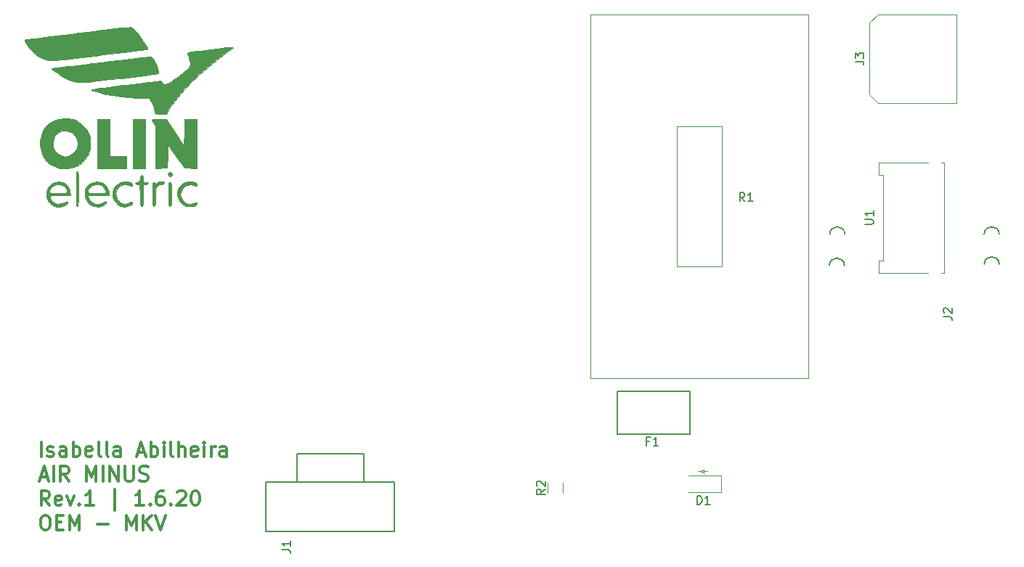
<source format=gto>
G04 #@! TF.GenerationSoftware,KiCad,Pcbnew,5.1.4-e60b266~84~ubuntu18.04.1*
G04 #@! TF.CreationDate,2020-01-06T17:57:10-05:00*
G04 #@! TF.ProjectId,AIR_MINUS,4149525f-4d49-44e5-9553-2e6b69636164,rev?*
G04 #@! TF.SameCoordinates,Original*
G04 #@! TF.FileFunction,Legend,Top*
G04 #@! TF.FilePolarity,Positive*
%FSLAX46Y46*%
G04 Gerber Fmt 4.6, Leading zero omitted, Abs format (unit mm)*
G04 Created by KiCad (PCBNEW 5.1.4-e60b266~84~ubuntu18.04.1) date 2020-01-06 17:57:10*
%MOMM*%
%LPD*%
G04 APERTURE LIST*
%ADD10C,0.300000*%
%ADD11C,0.200000*%
%ADD12C,0.010000*%
%ADD13C,0.120000*%
%ADD14C,0.100000*%
%ADD15C,0.150000*%
G04 APERTURE END LIST*
D10*
X37531361Y-170382447D02*
X37531361Y-168682447D01*
X38259933Y-170301495D02*
X38421838Y-170382447D01*
X38745647Y-170382447D01*
X38907552Y-170301495D01*
X38988504Y-170139590D01*
X38988504Y-170058638D01*
X38907552Y-169896733D01*
X38745647Y-169815780D01*
X38502790Y-169815780D01*
X38340885Y-169734828D01*
X38259933Y-169572923D01*
X38259933Y-169491971D01*
X38340885Y-169330066D01*
X38502790Y-169249114D01*
X38745647Y-169249114D01*
X38907552Y-169330066D01*
X40445647Y-170382447D02*
X40445647Y-169491971D01*
X40364695Y-169330066D01*
X40202790Y-169249114D01*
X39878980Y-169249114D01*
X39717076Y-169330066D01*
X40445647Y-170301495D02*
X40283742Y-170382447D01*
X39878980Y-170382447D01*
X39717076Y-170301495D01*
X39636123Y-170139590D01*
X39636123Y-169977685D01*
X39717076Y-169815780D01*
X39878980Y-169734828D01*
X40283742Y-169734828D01*
X40445647Y-169653876D01*
X41255171Y-170382447D02*
X41255171Y-168682447D01*
X41255171Y-169330066D02*
X41417076Y-169249114D01*
X41740885Y-169249114D01*
X41902790Y-169330066D01*
X41983742Y-169411019D01*
X42064695Y-169572923D01*
X42064695Y-170058638D01*
X41983742Y-170220542D01*
X41902790Y-170301495D01*
X41740885Y-170382447D01*
X41417076Y-170382447D01*
X41255171Y-170301495D01*
X43440885Y-170301495D02*
X43278980Y-170382447D01*
X42955171Y-170382447D01*
X42793266Y-170301495D01*
X42712314Y-170139590D01*
X42712314Y-169491971D01*
X42793266Y-169330066D01*
X42955171Y-169249114D01*
X43278980Y-169249114D01*
X43440885Y-169330066D01*
X43521838Y-169491971D01*
X43521838Y-169653876D01*
X42712314Y-169815780D01*
X44493266Y-170382447D02*
X44331361Y-170301495D01*
X44250409Y-170139590D01*
X44250409Y-168682447D01*
X45383742Y-170382447D02*
X45221838Y-170301495D01*
X45140885Y-170139590D01*
X45140885Y-168682447D01*
X46759933Y-170382447D02*
X46759933Y-169491971D01*
X46678980Y-169330066D01*
X46517076Y-169249114D01*
X46193266Y-169249114D01*
X46031361Y-169330066D01*
X46759933Y-170301495D02*
X46598028Y-170382447D01*
X46193266Y-170382447D01*
X46031361Y-170301495D01*
X45950409Y-170139590D01*
X45950409Y-169977685D01*
X46031361Y-169815780D01*
X46193266Y-169734828D01*
X46598028Y-169734828D01*
X46759933Y-169653876D01*
X48783742Y-169896733D02*
X49593266Y-169896733D01*
X48621838Y-170382447D02*
X49188504Y-168682447D01*
X49755171Y-170382447D01*
X50321838Y-170382447D02*
X50321838Y-168682447D01*
X50321838Y-169330066D02*
X50483742Y-169249114D01*
X50807552Y-169249114D01*
X50969457Y-169330066D01*
X51050409Y-169411019D01*
X51131361Y-169572923D01*
X51131361Y-170058638D01*
X51050409Y-170220542D01*
X50969457Y-170301495D01*
X50807552Y-170382447D01*
X50483742Y-170382447D01*
X50321838Y-170301495D01*
X51859933Y-170382447D02*
X51859933Y-169249114D01*
X51859933Y-168682447D02*
X51778980Y-168763400D01*
X51859933Y-168844352D01*
X51940885Y-168763400D01*
X51859933Y-168682447D01*
X51859933Y-168844352D01*
X52912314Y-170382447D02*
X52750409Y-170301495D01*
X52669457Y-170139590D01*
X52669457Y-168682447D01*
X53559933Y-170382447D02*
X53559933Y-168682447D01*
X54288504Y-170382447D02*
X54288504Y-169491971D01*
X54207552Y-169330066D01*
X54045647Y-169249114D01*
X53802790Y-169249114D01*
X53640885Y-169330066D01*
X53559933Y-169411019D01*
X55745647Y-170301495D02*
X55583742Y-170382447D01*
X55259933Y-170382447D01*
X55098028Y-170301495D01*
X55017076Y-170139590D01*
X55017076Y-169491971D01*
X55098028Y-169330066D01*
X55259933Y-169249114D01*
X55583742Y-169249114D01*
X55745647Y-169330066D01*
X55826600Y-169491971D01*
X55826600Y-169653876D01*
X55017076Y-169815780D01*
X56555171Y-170382447D02*
X56555171Y-169249114D01*
X56555171Y-168682447D02*
X56474219Y-168763400D01*
X56555171Y-168844352D01*
X56636123Y-168763400D01*
X56555171Y-168682447D01*
X56555171Y-168844352D01*
X57364695Y-170382447D02*
X57364695Y-169249114D01*
X57364695Y-169572923D02*
X57445647Y-169411019D01*
X57526600Y-169330066D01*
X57688504Y-169249114D01*
X57850409Y-169249114D01*
X59145647Y-170382447D02*
X59145647Y-169491971D01*
X59064695Y-169330066D01*
X58902790Y-169249114D01*
X58578980Y-169249114D01*
X58417076Y-169330066D01*
X59145647Y-170301495D02*
X58983742Y-170382447D01*
X58578980Y-170382447D01*
X58417076Y-170301495D01*
X58336123Y-170139590D01*
X58336123Y-169977685D01*
X58417076Y-169815780D01*
X58578980Y-169734828D01*
X58983742Y-169734828D01*
X59145647Y-169653876D01*
X37450409Y-172746733D02*
X38259933Y-172746733D01*
X37288504Y-173232447D02*
X37855171Y-171532447D01*
X38421838Y-173232447D01*
X38988504Y-173232447D02*
X38988504Y-171532447D01*
X40769457Y-173232447D02*
X40202790Y-172422923D01*
X39798028Y-173232447D02*
X39798028Y-171532447D01*
X40445647Y-171532447D01*
X40607552Y-171613400D01*
X40688504Y-171694352D01*
X40769457Y-171856257D01*
X40769457Y-172099114D01*
X40688504Y-172261019D01*
X40607552Y-172341971D01*
X40445647Y-172422923D01*
X39798028Y-172422923D01*
X42793266Y-173232447D02*
X42793266Y-171532447D01*
X43359933Y-172746733D01*
X43926600Y-171532447D01*
X43926600Y-173232447D01*
X44736123Y-173232447D02*
X44736123Y-171532447D01*
X45545647Y-173232447D02*
X45545647Y-171532447D01*
X46517076Y-173232447D01*
X46517076Y-171532447D01*
X47326600Y-171532447D02*
X47326600Y-172908638D01*
X47407552Y-173070542D01*
X47488504Y-173151495D01*
X47650409Y-173232447D01*
X47974219Y-173232447D01*
X48136123Y-173151495D01*
X48217076Y-173070542D01*
X48298028Y-172908638D01*
X48298028Y-171532447D01*
X49026600Y-173151495D02*
X49269457Y-173232447D01*
X49674219Y-173232447D01*
X49836123Y-173151495D01*
X49917076Y-173070542D01*
X49998028Y-172908638D01*
X49998028Y-172746733D01*
X49917076Y-172584828D01*
X49836123Y-172503876D01*
X49674219Y-172422923D01*
X49350409Y-172341971D01*
X49188504Y-172261019D01*
X49107552Y-172180066D01*
X49026600Y-172018161D01*
X49026600Y-171856257D01*
X49107552Y-171694352D01*
X49188504Y-171613400D01*
X49350409Y-171532447D01*
X49755171Y-171532447D01*
X49998028Y-171613400D01*
X38502790Y-176082447D02*
X37936123Y-175272923D01*
X37531361Y-176082447D02*
X37531361Y-174382447D01*
X38178980Y-174382447D01*
X38340885Y-174463400D01*
X38421838Y-174544352D01*
X38502790Y-174706257D01*
X38502790Y-174949114D01*
X38421838Y-175111019D01*
X38340885Y-175191971D01*
X38178980Y-175272923D01*
X37531361Y-175272923D01*
X39878980Y-176001495D02*
X39717076Y-176082447D01*
X39393266Y-176082447D01*
X39231361Y-176001495D01*
X39150409Y-175839590D01*
X39150409Y-175191971D01*
X39231361Y-175030066D01*
X39393266Y-174949114D01*
X39717076Y-174949114D01*
X39878980Y-175030066D01*
X39959933Y-175191971D01*
X39959933Y-175353876D01*
X39150409Y-175515780D01*
X40526600Y-174949114D02*
X40931361Y-176082447D01*
X41336123Y-174949114D01*
X41983742Y-175920542D02*
X42064695Y-176001495D01*
X41983742Y-176082447D01*
X41902790Y-176001495D01*
X41983742Y-175920542D01*
X41983742Y-176082447D01*
X43683742Y-176082447D02*
X42712314Y-176082447D01*
X43198028Y-176082447D02*
X43198028Y-174382447D01*
X43036123Y-174625304D01*
X42874219Y-174787209D01*
X42712314Y-174868161D01*
X46112314Y-176649114D02*
X46112314Y-174220542D01*
X49512314Y-176082447D02*
X48540885Y-176082447D01*
X49026600Y-176082447D02*
X49026600Y-174382447D01*
X48864695Y-174625304D01*
X48702790Y-174787209D01*
X48540885Y-174868161D01*
X50240885Y-175920542D02*
X50321838Y-176001495D01*
X50240885Y-176082447D01*
X50159933Y-176001495D01*
X50240885Y-175920542D01*
X50240885Y-176082447D01*
X51778980Y-174382447D02*
X51455171Y-174382447D01*
X51293266Y-174463400D01*
X51212314Y-174544352D01*
X51050409Y-174787209D01*
X50969457Y-175111019D01*
X50969457Y-175758638D01*
X51050409Y-175920542D01*
X51131361Y-176001495D01*
X51293266Y-176082447D01*
X51617076Y-176082447D01*
X51778980Y-176001495D01*
X51859933Y-175920542D01*
X51940885Y-175758638D01*
X51940885Y-175353876D01*
X51859933Y-175191971D01*
X51778980Y-175111019D01*
X51617076Y-175030066D01*
X51293266Y-175030066D01*
X51131361Y-175111019D01*
X51050409Y-175191971D01*
X50969457Y-175353876D01*
X52669457Y-175920542D02*
X52750409Y-176001495D01*
X52669457Y-176082447D01*
X52588504Y-176001495D01*
X52669457Y-175920542D01*
X52669457Y-176082447D01*
X53398028Y-174544352D02*
X53478980Y-174463400D01*
X53640885Y-174382447D01*
X54045647Y-174382447D01*
X54207552Y-174463400D01*
X54288504Y-174544352D01*
X54369457Y-174706257D01*
X54369457Y-174868161D01*
X54288504Y-175111019D01*
X53317076Y-176082447D01*
X54369457Y-176082447D01*
X55421838Y-174382447D02*
X55583742Y-174382447D01*
X55745647Y-174463400D01*
X55826600Y-174544352D01*
X55907552Y-174706257D01*
X55988504Y-175030066D01*
X55988504Y-175434828D01*
X55907552Y-175758638D01*
X55826600Y-175920542D01*
X55745647Y-176001495D01*
X55583742Y-176082447D01*
X55421838Y-176082447D01*
X55259933Y-176001495D01*
X55178980Y-175920542D01*
X55098028Y-175758638D01*
X55017076Y-175434828D01*
X55017076Y-175030066D01*
X55098028Y-174706257D01*
X55178980Y-174544352D01*
X55259933Y-174463400D01*
X55421838Y-174382447D01*
X37855171Y-177232447D02*
X38178980Y-177232447D01*
X38340885Y-177313400D01*
X38502790Y-177475304D01*
X38583742Y-177799114D01*
X38583742Y-178365780D01*
X38502790Y-178689590D01*
X38340885Y-178851495D01*
X38178980Y-178932447D01*
X37855171Y-178932447D01*
X37693266Y-178851495D01*
X37531361Y-178689590D01*
X37450409Y-178365780D01*
X37450409Y-177799114D01*
X37531361Y-177475304D01*
X37693266Y-177313400D01*
X37855171Y-177232447D01*
X39312314Y-178041971D02*
X39878980Y-178041971D01*
X40121838Y-178932447D02*
X39312314Y-178932447D01*
X39312314Y-177232447D01*
X40121838Y-177232447D01*
X40850409Y-178932447D02*
X40850409Y-177232447D01*
X41417076Y-178446733D01*
X41983742Y-177232447D01*
X41983742Y-178932447D01*
X44088504Y-178284828D02*
X45383742Y-178284828D01*
X47488504Y-178932447D02*
X47488504Y-177232447D01*
X48055171Y-178446733D01*
X48621838Y-177232447D01*
X48621838Y-178932447D01*
X49431361Y-178932447D02*
X49431361Y-177232447D01*
X50402790Y-178932447D02*
X49674219Y-177961019D01*
X50402790Y-177232447D02*
X49431361Y-178203876D01*
X50888504Y-177232447D02*
X51455171Y-178932447D01*
X52021838Y-177232447D01*
D11*
X129475000Y-144450288D02*
G75*
G02X131225000Y-144450288I875000J0D01*
G01*
X147474999Y-144450288D02*
G75*
G02X149224999Y-144450288I875000J0D01*
G01*
X147474999Y-147950287D02*
G75*
G02X149224999Y-147950287I875000J0D01*
G01*
X129424200Y-148102687D02*
G75*
G02X131174200Y-148102687I875000J0D01*
G01*
D12*
G36*
X47963983Y-120304796D02*
G01*
X48191739Y-120421409D01*
X48480148Y-120677333D01*
X48816886Y-121059077D01*
X49189628Y-121553149D01*
X49441709Y-121922562D01*
X49690471Y-122302843D01*
X49852436Y-122565510D01*
X49934178Y-122734213D01*
X49942272Y-122832602D01*
X49883293Y-122884327D01*
X49763815Y-122913038D01*
X49719110Y-122920384D01*
X49599719Y-122936095D01*
X49329948Y-122969478D01*
X48927593Y-123018421D01*
X48410446Y-123080811D01*
X47796302Y-123154535D01*
X47102956Y-123237482D01*
X46348201Y-123327539D01*
X45549832Y-123422594D01*
X44725643Y-123520534D01*
X43893428Y-123619247D01*
X43070981Y-123716620D01*
X42276097Y-123810541D01*
X41526569Y-123898898D01*
X40840192Y-123979579D01*
X40234761Y-124050470D01*
X39728068Y-124109460D01*
X39337909Y-124154436D01*
X39082078Y-124183285D01*
X39065200Y-124185133D01*
X38802862Y-124189999D01*
X38475808Y-124165483D01*
X38322355Y-124144394D01*
X37787537Y-123996613D01*
X37246400Y-123743947D01*
X36793022Y-123434171D01*
X36626688Y-123269103D01*
X36398352Y-123009573D01*
X36144947Y-122698544D01*
X36009459Y-122522671D01*
X35777291Y-122209163D01*
X35638403Y-122002509D01*
X35580491Y-121877180D01*
X35591252Y-121807642D01*
X35647873Y-121772281D01*
X35772071Y-121745979D01*
X36040325Y-121703595D01*
X36428473Y-121648458D01*
X36912352Y-121583894D01*
X37467802Y-121513232D01*
X38006867Y-121447418D01*
X38586615Y-121377607D01*
X39301517Y-121290876D01*
X40118690Y-121191250D01*
X41005255Y-121082756D01*
X41928330Y-120969418D01*
X42855037Y-120855263D01*
X43752494Y-120744315D01*
X43965723Y-120717888D01*
X44752633Y-120622116D01*
X45494327Y-120535325D01*
X46172534Y-120459401D01*
X46768982Y-120396233D01*
X47265400Y-120347709D01*
X47643516Y-120315715D01*
X47885058Y-120302141D01*
X47963983Y-120304796D01*
X47963983Y-120304796D01*
G37*
X47963983Y-120304796D02*
X48191739Y-120421409D01*
X48480148Y-120677333D01*
X48816886Y-121059077D01*
X49189628Y-121553149D01*
X49441709Y-121922562D01*
X49690471Y-122302843D01*
X49852436Y-122565510D01*
X49934178Y-122734213D01*
X49942272Y-122832602D01*
X49883293Y-122884327D01*
X49763815Y-122913038D01*
X49719110Y-122920384D01*
X49599719Y-122936095D01*
X49329948Y-122969478D01*
X48927593Y-123018421D01*
X48410446Y-123080811D01*
X47796302Y-123154535D01*
X47102956Y-123237482D01*
X46348201Y-123327539D01*
X45549832Y-123422594D01*
X44725643Y-123520534D01*
X43893428Y-123619247D01*
X43070981Y-123716620D01*
X42276097Y-123810541D01*
X41526569Y-123898898D01*
X40840192Y-123979579D01*
X40234761Y-124050470D01*
X39728068Y-124109460D01*
X39337909Y-124154436D01*
X39082078Y-124183285D01*
X39065200Y-124185133D01*
X38802862Y-124189999D01*
X38475808Y-124165483D01*
X38322355Y-124144394D01*
X37787537Y-123996613D01*
X37246400Y-123743947D01*
X36793022Y-123434171D01*
X36626688Y-123269103D01*
X36398352Y-123009573D01*
X36144947Y-122698544D01*
X36009459Y-122522671D01*
X35777291Y-122209163D01*
X35638403Y-122002509D01*
X35580491Y-121877180D01*
X35591252Y-121807642D01*
X35647873Y-121772281D01*
X35772071Y-121745979D01*
X36040325Y-121703595D01*
X36428473Y-121648458D01*
X36912352Y-121583894D01*
X37467802Y-121513232D01*
X38006867Y-121447418D01*
X38586615Y-121377607D01*
X39301517Y-121290876D01*
X40118690Y-121191250D01*
X41005255Y-121082756D01*
X41928330Y-120969418D01*
X42855037Y-120855263D01*
X43752494Y-120744315D01*
X43965723Y-120717888D01*
X44752633Y-120622116D01*
X45494327Y-120535325D01*
X46172534Y-120459401D01*
X46768982Y-120396233D01*
X47265400Y-120347709D01*
X47643516Y-120315715D01*
X47885058Y-120302141D01*
X47963983Y-120304796D01*
G36*
X50440601Y-123800002D02*
G01*
X50595259Y-124014659D01*
X50654677Y-124129570D01*
X50825553Y-124503194D01*
X50977984Y-124876221D01*
X51100087Y-125214511D01*
X51179979Y-125483927D01*
X51205778Y-125650332D01*
X51195574Y-125683489D01*
X51094375Y-125711370D01*
X50852422Y-125753389D01*
X50497313Y-125805496D01*
X50056648Y-125863636D01*
X49563867Y-125923084D01*
X48929397Y-125996756D01*
X48223185Y-126079503D01*
X47514006Y-126163221D01*
X46870634Y-126239807D01*
X46600534Y-126272240D01*
X45631003Y-126388945D01*
X44814148Y-126486538D01*
X44134544Y-126566310D01*
X43576769Y-126629551D01*
X43125397Y-126677552D01*
X42765005Y-126711604D01*
X42480168Y-126732999D01*
X42255464Y-126743027D01*
X42075467Y-126742978D01*
X41924754Y-126734145D01*
X41787901Y-126717817D01*
X41649484Y-126695287D01*
X41616102Y-126689415D01*
X41000290Y-126530349D01*
X40366925Y-126262093D01*
X39683812Y-125870236D01*
X39462661Y-125725277D01*
X39077190Y-125456884D01*
X38834681Y-125265094D01*
X38729803Y-125144762D01*
X38757222Y-125090744D01*
X38800521Y-125086534D01*
X38899399Y-125076747D01*
X39146291Y-125048959D01*
X39521107Y-125005526D01*
X40003755Y-124948806D01*
X40574145Y-124881156D01*
X41212187Y-124804934D01*
X41700355Y-124746290D01*
X42557527Y-124643079D01*
X43524201Y-124526676D01*
X44544283Y-124403837D01*
X45561682Y-124281316D01*
X46520305Y-124165867D01*
X47324956Y-124068957D01*
X48001045Y-123988121D01*
X48628457Y-123914243D01*
X49186094Y-123849717D01*
X49652860Y-123796940D01*
X50007657Y-123758309D01*
X50229387Y-123736220D01*
X50292585Y-123731867D01*
X50440601Y-123800002D01*
X50440601Y-123800002D01*
G37*
X50440601Y-123800002D02*
X50595259Y-124014659D01*
X50654677Y-124129570D01*
X50825553Y-124503194D01*
X50977984Y-124876221D01*
X51100087Y-125214511D01*
X51179979Y-125483927D01*
X51205778Y-125650332D01*
X51195574Y-125683489D01*
X51094375Y-125711370D01*
X50852422Y-125753389D01*
X50497313Y-125805496D01*
X50056648Y-125863636D01*
X49563867Y-125923084D01*
X48929397Y-125996756D01*
X48223185Y-126079503D01*
X47514006Y-126163221D01*
X46870634Y-126239807D01*
X46600534Y-126272240D01*
X45631003Y-126388945D01*
X44814148Y-126486538D01*
X44134544Y-126566310D01*
X43576769Y-126629551D01*
X43125397Y-126677552D01*
X42765005Y-126711604D01*
X42480168Y-126732999D01*
X42255464Y-126743027D01*
X42075467Y-126742978D01*
X41924754Y-126734145D01*
X41787901Y-126717817D01*
X41649484Y-126695287D01*
X41616102Y-126689415D01*
X41000290Y-126530349D01*
X40366925Y-126262093D01*
X39683812Y-125870236D01*
X39462661Y-125725277D01*
X39077190Y-125456884D01*
X38834681Y-125265094D01*
X38729803Y-125144762D01*
X38757222Y-125090744D01*
X38800521Y-125086534D01*
X38899399Y-125076747D01*
X39146291Y-125048959D01*
X39521107Y-125005526D01*
X40003755Y-124948806D01*
X40574145Y-124881156D01*
X41212187Y-124804934D01*
X41700355Y-124746290D01*
X42557527Y-124643079D01*
X43524201Y-124526676D01*
X44544283Y-124403837D01*
X45561682Y-124281316D01*
X46520305Y-124165867D01*
X47324956Y-124068957D01*
X48001045Y-123988121D01*
X48628457Y-123914243D01*
X49186094Y-123849717D01*
X49652860Y-123796940D01*
X50007657Y-123758309D01*
X50229387Y-123736220D01*
X50292585Y-123731867D01*
X50440601Y-123800002D01*
G36*
X59787903Y-122642051D02*
G01*
X59864272Y-122658342D01*
X59888706Y-122687593D01*
X59888833Y-122694700D01*
X59821657Y-122766272D01*
X59643512Y-122909923D01*
X59383710Y-123102890D01*
X59153022Y-123266200D01*
X58063985Y-124062174D01*
X57000605Y-124915822D01*
X55982246Y-125808085D01*
X55028273Y-126719902D01*
X54158049Y-127632212D01*
X53390939Y-128525955D01*
X52746304Y-129382071D01*
X52399115Y-129914320D01*
X52091606Y-130420534D01*
X51460079Y-130420534D01*
X51085920Y-130408038D01*
X50868983Y-130369447D01*
X50800431Y-130314700D01*
X50765711Y-130175059D01*
X50708496Y-129936865D01*
X50672689Y-129785534D01*
X50562191Y-129444906D01*
X50403110Y-129092704D01*
X50340283Y-128981200D01*
X50107497Y-128600200D01*
X48671515Y-128546535D01*
X47716167Y-128490166D01*
X46766667Y-128395382D01*
X45854802Y-128267419D01*
X45012360Y-128111515D01*
X44271126Y-127932906D01*
X43662889Y-127736829D01*
X43594867Y-127710178D01*
X43432212Y-127636722D01*
X43413820Y-127588396D01*
X43510200Y-127539713D01*
X43634045Y-127513214D01*
X43904223Y-127470722D01*
X44298795Y-127415180D01*
X44795822Y-127349531D01*
X45373365Y-127276717D01*
X46009486Y-127199680D01*
X46304200Y-127164980D01*
X47331003Y-127045085D01*
X48202976Y-126943107D01*
X48933490Y-126857444D01*
X49535922Y-126786494D01*
X50023643Y-126728655D01*
X50410027Y-126682324D01*
X50708449Y-126645899D01*
X50932281Y-126617778D01*
X51094898Y-126596359D01*
X51209672Y-126580040D01*
X51281062Y-126568736D01*
X51469107Y-126569819D01*
X51572525Y-126680956D01*
X51592076Y-126727564D01*
X51696396Y-126899294D01*
X51790445Y-126973260D01*
X51967607Y-126964277D01*
X52247077Y-126856458D01*
X52605679Y-126664668D01*
X53020239Y-126403773D01*
X53467581Y-126088638D01*
X53924531Y-125734127D01*
X54367914Y-125355107D01*
X54495700Y-125238022D01*
X54720761Y-125014130D01*
X54842353Y-124842041D01*
X54890266Y-124669083D01*
X54896007Y-124530283D01*
X54857694Y-124240032D01*
X54764245Y-123919626D01*
X54726674Y-123828454D01*
X54626977Y-123586920D01*
X54567023Y-123399559D01*
X54559200Y-123349063D01*
X54563791Y-123311601D01*
X54588871Y-123279111D01*
X54651398Y-123248732D01*
X54768332Y-123217604D01*
X54956633Y-123182866D01*
X55233260Y-123141660D01*
X55615173Y-123091123D01*
X56119331Y-123028396D01*
X56762694Y-122950619D01*
X57310867Y-122884982D01*
X58046918Y-122797819D01*
X58631584Y-122730957D01*
X59081441Y-122683173D01*
X59413063Y-122653243D01*
X59643025Y-122639943D01*
X59787903Y-122642051D01*
X59787903Y-122642051D01*
G37*
X59787903Y-122642051D02*
X59864272Y-122658342D01*
X59888706Y-122687593D01*
X59888833Y-122694700D01*
X59821657Y-122766272D01*
X59643512Y-122909923D01*
X59383710Y-123102890D01*
X59153022Y-123266200D01*
X58063985Y-124062174D01*
X57000605Y-124915822D01*
X55982246Y-125808085D01*
X55028273Y-126719902D01*
X54158049Y-127632212D01*
X53390939Y-128525955D01*
X52746304Y-129382071D01*
X52399115Y-129914320D01*
X52091606Y-130420534D01*
X51460079Y-130420534D01*
X51085920Y-130408038D01*
X50868983Y-130369447D01*
X50800431Y-130314700D01*
X50765711Y-130175059D01*
X50708496Y-129936865D01*
X50672689Y-129785534D01*
X50562191Y-129444906D01*
X50403110Y-129092704D01*
X50340283Y-128981200D01*
X50107497Y-128600200D01*
X48671515Y-128546535D01*
X47716167Y-128490166D01*
X46766667Y-128395382D01*
X45854802Y-128267419D01*
X45012360Y-128111515D01*
X44271126Y-127932906D01*
X43662889Y-127736829D01*
X43594867Y-127710178D01*
X43432212Y-127636722D01*
X43413820Y-127588396D01*
X43510200Y-127539713D01*
X43634045Y-127513214D01*
X43904223Y-127470722D01*
X44298795Y-127415180D01*
X44795822Y-127349531D01*
X45373365Y-127276717D01*
X46009486Y-127199680D01*
X46304200Y-127164980D01*
X47331003Y-127045085D01*
X48202976Y-126943107D01*
X48933490Y-126857444D01*
X49535922Y-126786494D01*
X50023643Y-126728655D01*
X50410027Y-126682324D01*
X50708449Y-126645899D01*
X50932281Y-126617778D01*
X51094898Y-126596359D01*
X51209672Y-126580040D01*
X51281062Y-126568736D01*
X51469107Y-126569819D01*
X51572525Y-126680956D01*
X51592076Y-126727564D01*
X51696396Y-126899294D01*
X51790445Y-126973260D01*
X51967607Y-126964277D01*
X52247077Y-126856458D01*
X52605679Y-126664668D01*
X53020239Y-126403773D01*
X53467581Y-126088638D01*
X53924531Y-125734127D01*
X54367914Y-125355107D01*
X54495700Y-125238022D01*
X54720761Y-125014130D01*
X54842353Y-124842041D01*
X54890266Y-124669083D01*
X54896007Y-124530283D01*
X54857694Y-124240032D01*
X54764245Y-123919626D01*
X54726674Y-123828454D01*
X54626977Y-123586920D01*
X54567023Y-123399559D01*
X54559200Y-123349063D01*
X54563791Y-123311601D01*
X54588871Y-123279111D01*
X54651398Y-123248732D01*
X54768332Y-123217604D01*
X54956633Y-123182866D01*
X55233260Y-123141660D01*
X55615173Y-123091123D01*
X56119331Y-123028396D01*
X56762694Y-122950619D01*
X57310867Y-122884982D01*
X58046918Y-122797819D01*
X58631584Y-122730957D01*
X59081441Y-122683173D01*
X59413063Y-122653243D01*
X59643025Y-122639943D01*
X59787903Y-122642051D01*
G36*
X53143627Y-132581401D02*
G01*
X54178200Y-134149601D01*
X54201235Y-132581401D01*
X54224270Y-131013200D01*
X55659867Y-131013200D01*
X55659867Y-136777126D01*
X54199867Y-136728200D01*
X53257700Y-135341930D01*
X52315534Y-133955659D01*
X52273200Y-135341930D01*
X52230867Y-136728200D01*
X50833867Y-136777382D01*
X50832999Y-131817534D01*
X50624409Y-131478867D01*
X50500038Y-131265294D01*
X50423977Y-131112307D01*
X50413176Y-131076700D01*
X50490707Y-131050090D01*
X50701914Y-131028965D01*
X51011162Y-131015996D01*
X51259794Y-131013200D01*
X52109054Y-131013200D01*
X53143627Y-132581401D01*
X53143627Y-132581401D01*
G37*
X53143627Y-132581401D02*
X54178200Y-134149601D01*
X54201235Y-132581401D01*
X54224270Y-131013200D01*
X55659867Y-131013200D01*
X55659867Y-136777126D01*
X54199867Y-136728200D01*
X53257700Y-135341930D01*
X52315534Y-133955659D01*
X52273200Y-135341930D01*
X52230867Y-136728200D01*
X50833867Y-136777382D01*
X50832999Y-131817534D01*
X50624409Y-131478867D01*
X50500038Y-131265294D01*
X50423977Y-131112307D01*
X50413176Y-131076700D01*
X50490707Y-131050090D01*
X50701914Y-131028965D01*
X51011162Y-131015996D01*
X51259794Y-131013200D01*
X52109054Y-131013200D01*
X53143627Y-132581401D01*
G36*
X49648534Y-136770534D02*
G01*
X48209200Y-136770534D01*
X48209200Y-131013200D01*
X49648534Y-131013200D01*
X49648534Y-136770534D01*
X49648534Y-136770534D01*
G37*
X49648534Y-136770534D02*
X48209200Y-136770534D01*
X48209200Y-131013200D01*
X49648534Y-131013200D01*
X49648534Y-136770534D01*
G36*
X45499867Y-135331200D02*
G01*
X47447200Y-135331200D01*
X47447200Y-136770534D01*
X44060534Y-136770534D01*
X44060534Y-131013200D01*
X45499867Y-131013200D01*
X45499867Y-135331200D01*
X45499867Y-135331200D01*
G37*
X45499867Y-135331200D02*
X47447200Y-135331200D01*
X47447200Y-136770534D01*
X44060534Y-136770534D01*
X44060534Y-131013200D01*
X45499867Y-131013200D01*
X45499867Y-135331200D01*
G36*
X40741137Y-130973860D02*
G01*
X41028018Y-130989676D01*
X41246099Y-131028565D01*
X41445638Y-131100780D01*
X41676893Y-131216574D01*
X41760464Y-131261613D01*
X42331450Y-131659189D01*
X42781387Y-132171088D01*
X43061558Y-132670945D01*
X43207275Y-133148627D01*
X43266775Y-133709063D01*
X43240829Y-134289725D01*
X43130208Y-134828084D01*
X43031758Y-135087361D01*
X42662157Y-135701400D01*
X42185062Y-136185484D01*
X41659589Y-136513757D01*
X41082778Y-136719514D01*
X40454314Y-136817783D01*
X39845108Y-136799289D01*
X39686971Y-136771783D01*
X39046997Y-136560592D01*
X38507672Y-136232417D01*
X38071334Y-135808144D01*
X37740323Y-135308664D01*
X37516976Y-134754863D01*
X37403634Y-134167631D01*
X37402817Y-133676819D01*
X38913795Y-133676819D01*
X38936278Y-134218834D01*
X39098166Y-134669561D01*
X39395470Y-135022345D01*
X39824203Y-135270526D01*
X39881155Y-135291846D01*
X40132513Y-135375887D01*
X40307484Y-135404416D01*
X40488357Y-135381050D01*
X40692404Y-135327474D01*
X41141398Y-135122100D01*
X41481039Y-134796225D01*
X41696883Y-134369584D01*
X41774489Y-133861911D01*
X41774534Y-133848880D01*
X41700324Y-133351879D01*
X41489772Y-132936516D01*
X41160991Y-132622964D01*
X40732094Y-132431397D01*
X40460473Y-132385372D01*
X39958816Y-132417307D01*
X39533635Y-132590985D01*
X39204001Y-132890481D01*
X38988988Y-133299870D01*
X38913795Y-133676819D01*
X37402817Y-133676819D01*
X37402635Y-133567855D01*
X37516319Y-132976424D01*
X37747023Y-132414226D01*
X38097087Y-131902149D01*
X38568849Y-131461081D01*
X39058802Y-131161770D01*
X39268373Y-131071530D01*
X39485341Y-131014485D01*
X39756792Y-130983593D01*
X40129814Y-130971811D01*
X40335200Y-130970867D01*
X40741137Y-130973860D01*
X40741137Y-130973860D01*
G37*
X40741137Y-130973860D02*
X41028018Y-130989676D01*
X41246099Y-131028565D01*
X41445638Y-131100780D01*
X41676893Y-131216574D01*
X41760464Y-131261613D01*
X42331450Y-131659189D01*
X42781387Y-132171088D01*
X43061558Y-132670945D01*
X43207275Y-133148627D01*
X43266775Y-133709063D01*
X43240829Y-134289725D01*
X43130208Y-134828084D01*
X43031758Y-135087361D01*
X42662157Y-135701400D01*
X42185062Y-136185484D01*
X41659589Y-136513757D01*
X41082778Y-136719514D01*
X40454314Y-136817783D01*
X39845108Y-136799289D01*
X39686971Y-136771783D01*
X39046997Y-136560592D01*
X38507672Y-136232417D01*
X38071334Y-135808144D01*
X37740323Y-135308664D01*
X37516976Y-134754863D01*
X37403634Y-134167631D01*
X37402817Y-133676819D01*
X38913795Y-133676819D01*
X38936278Y-134218834D01*
X39098166Y-134669561D01*
X39395470Y-135022345D01*
X39824203Y-135270526D01*
X39881155Y-135291846D01*
X40132513Y-135375887D01*
X40307484Y-135404416D01*
X40488357Y-135381050D01*
X40692404Y-135327474D01*
X41141398Y-135122100D01*
X41481039Y-134796225D01*
X41696883Y-134369584D01*
X41774489Y-133861911D01*
X41774534Y-133848880D01*
X41700324Y-133351879D01*
X41489772Y-132936516D01*
X41160991Y-132622964D01*
X40732094Y-132431397D01*
X40460473Y-132385372D01*
X39958816Y-132417307D01*
X39533635Y-132590985D01*
X39204001Y-132890481D01*
X38988988Y-133299870D01*
X38913795Y-133676819D01*
X37402817Y-133676819D01*
X37402635Y-133567855D01*
X37516319Y-132976424D01*
X37747023Y-132414226D01*
X38097087Y-131902149D01*
X38568849Y-131461081D01*
X39058802Y-131161770D01*
X39268373Y-131071530D01*
X39485341Y-131014485D01*
X39756792Y-130983593D01*
X40129814Y-130971811D01*
X40335200Y-130970867D01*
X40741137Y-130973860D01*
G36*
X52547123Y-137209095D02*
G01*
X52704924Y-137292708D01*
X52772208Y-137442440D01*
X52726771Y-137590364D01*
X52683697Y-137626925D01*
X52527688Y-137694492D01*
X52407860Y-137631247D01*
X52358762Y-137575945D01*
X52289786Y-137399794D01*
X52353313Y-137257873D01*
X52520485Y-137206388D01*
X52547123Y-137209095D01*
X52547123Y-137209095D01*
G37*
X52547123Y-137209095D02*
X52704924Y-137292708D01*
X52772208Y-137442440D01*
X52726771Y-137590364D01*
X52683697Y-137626925D01*
X52527688Y-137694492D01*
X52407860Y-137631247D01*
X52358762Y-137575945D01*
X52289786Y-137399794D01*
X52353313Y-137257873D01*
X52520485Y-137206388D01*
X52547123Y-137209095D01*
G36*
X52589690Y-138386922D02*
G01*
X52634564Y-138426086D01*
X52664731Y-138520693D01*
X52683101Y-138694742D01*
X52692581Y-138972232D01*
X52696082Y-139377165D01*
X52696534Y-139776200D01*
X52695598Y-140291742D01*
X52690850Y-140661952D01*
X52679383Y-140910831D01*
X52658286Y-141062378D01*
X52624651Y-141140593D01*
X52575568Y-141169476D01*
X52527200Y-141173200D01*
X52464710Y-141165479D01*
X52419836Y-141126314D01*
X52389669Y-141031708D01*
X52371300Y-140857659D01*
X52361819Y-140580168D01*
X52358318Y-140175236D01*
X52357867Y-139776200D01*
X52358803Y-139260658D01*
X52363550Y-138890448D01*
X52375017Y-138641569D01*
X52396114Y-138490022D01*
X52429750Y-138411807D01*
X52478832Y-138382925D01*
X52527200Y-138379200D01*
X52589690Y-138386922D01*
X52589690Y-138386922D01*
G37*
X52589690Y-138386922D02*
X52634564Y-138426086D01*
X52664731Y-138520693D01*
X52683101Y-138694742D01*
X52692581Y-138972232D01*
X52696082Y-139377165D01*
X52696534Y-139776200D01*
X52695598Y-140291742D01*
X52690850Y-140661952D01*
X52679383Y-140910831D01*
X52658286Y-141062378D01*
X52624651Y-141140593D01*
X52575568Y-141169476D01*
X52527200Y-141173200D01*
X52464710Y-141165479D01*
X52419836Y-141126314D01*
X52389669Y-141031708D01*
X52371300Y-140857659D01*
X52361819Y-140580168D01*
X52358318Y-140175236D01*
X52357867Y-139776200D01*
X52358803Y-139260658D01*
X52363550Y-138890448D01*
X52375017Y-138641569D01*
X52396114Y-138490022D01*
X52429750Y-138411807D01*
X52478832Y-138382925D01*
X52527200Y-138379200D01*
X52589690Y-138386922D01*
G36*
X51722534Y-138312102D02*
G01*
X51838193Y-138405769D01*
X51849867Y-138463867D01*
X51815426Y-138582051D01*
X51682207Y-138628556D01*
X51562913Y-138633200D01*
X51298490Y-138681705D01*
X51076080Y-138794860D01*
X50994123Y-138870894D01*
X50937116Y-138964035D01*
X50899461Y-139105493D01*
X50875560Y-139326479D01*
X50859816Y-139658202D01*
X50848305Y-140064860D01*
X50835205Y-140516893D01*
X50819633Y-140826339D01*
X50796993Y-141019931D01*
X50762692Y-141124403D01*
X50712133Y-141166487D01*
X50657805Y-141173200D01*
X50597747Y-141164064D01*
X50554612Y-141120696D01*
X50525613Y-141019158D01*
X50507964Y-140835511D01*
X50498880Y-140545816D01*
X50495572Y-140126134D01*
X50495200Y-139776200D01*
X50496136Y-139260658D01*
X50500883Y-138890448D01*
X50512351Y-138641569D01*
X50533448Y-138490022D01*
X50567083Y-138411807D01*
X50616166Y-138382925D01*
X50664534Y-138379200D01*
X50804589Y-138434848D01*
X50833867Y-138512345D01*
X50855580Y-138585759D01*
X50943472Y-138553913D01*
X51056952Y-138470012D01*
X51283890Y-138344596D01*
X51521759Y-138291835D01*
X51722534Y-138312102D01*
X51722534Y-138312102D01*
G37*
X51722534Y-138312102D02*
X51838193Y-138405769D01*
X51849867Y-138463867D01*
X51815426Y-138582051D01*
X51682207Y-138628556D01*
X51562913Y-138633200D01*
X51298490Y-138681705D01*
X51076080Y-138794860D01*
X50994123Y-138870894D01*
X50937116Y-138964035D01*
X50899461Y-139105493D01*
X50875560Y-139326479D01*
X50859816Y-139658202D01*
X50848305Y-140064860D01*
X50835205Y-140516893D01*
X50819633Y-140826339D01*
X50796993Y-141019931D01*
X50762692Y-141124403D01*
X50712133Y-141166487D01*
X50657805Y-141173200D01*
X50597747Y-141164064D01*
X50554612Y-141120696D01*
X50525613Y-141019158D01*
X50507964Y-140835511D01*
X50498880Y-140545816D01*
X50495572Y-140126134D01*
X50495200Y-139776200D01*
X50496136Y-139260658D01*
X50500883Y-138890448D01*
X50512351Y-138641569D01*
X50533448Y-138490022D01*
X50567083Y-138411807D01*
X50616166Y-138382925D01*
X50664534Y-138379200D01*
X50804589Y-138434848D01*
X50833867Y-138512345D01*
X50855580Y-138585759D01*
X50943472Y-138553913D01*
X51056952Y-138470012D01*
X51283890Y-138344596D01*
X51521759Y-138291835D01*
X51722534Y-138312102D01*
G36*
X49367253Y-137609220D02*
G01*
X49390245Y-137803404D01*
X49394534Y-137955867D01*
X49394534Y-138379200D01*
X49690867Y-138379200D01*
X49910040Y-138406740D01*
X49986664Y-138494634D01*
X49987200Y-138506200D01*
X49922941Y-138600132D01*
X49717856Y-138632971D01*
X49690867Y-138633200D01*
X49394534Y-138633200D01*
X49394534Y-139903200D01*
X49393378Y-140391433D01*
X49387707Y-140735470D01*
X49374214Y-140960447D01*
X49349593Y-141091497D01*
X49310537Y-141153754D01*
X49253741Y-141172352D01*
X49227464Y-141173200D01*
X49162568Y-141163638D01*
X49116265Y-141118078D01*
X49084692Y-141011214D01*
X49063989Y-140817739D01*
X49050296Y-140512343D01*
X49039753Y-140069721D01*
X49036964Y-139924367D01*
X49013534Y-138675534D01*
X48738367Y-138649002D01*
X48538578Y-138597286D01*
X48463200Y-138506200D01*
X48540004Y-138414374D01*
X48738367Y-138363398D01*
X48917103Y-138330608D01*
X49001937Y-138243398D01*
X49036734Y-138048997D01*
X49041007Y-137999299D01*
X49107554Y-137698654D01*
X49246095Y-137550743D01*
X49331034Y-137533830D01*
X49367253Y-137609220D01*
X49367253Y-137609220D01*
G37*
X49367253Y-137609220D02*
X49390245Y-137803404D01*
X49394534Y-137955867D01*
X49394534Y-138379200D01*
X49690867Y-138379200D01*
X49910040Y-138406740D01*
X49986664Y-138494634D01*
X49987200Y-138506200D01*
X49922941Y-138600132D01*
X49717856Y-138632971D01*
X49690867Y-138633200D01*
X49394534Y-138633200D01*
X49394534Y-139903200D01*
X49393378Y-140391433D01*
X49387707Y-140735470D01*
X49374214Y-140960447D01*
X49349593Y-141091497D01*
X49310537Y-141153754D01*
X49253741Y-141172352D01*
X49227464Y-141173200D01*
X49162568Y-141163638D01*
X49116265Y-141118078D01*
X49084692Y-141011214D01*
X49063989Y-140817739D01*
X49050296Y-140512343D01*
X49039753Y-140069721D01*
X49036964Y-139924367D01*
X49013534Y-138675534D01*
X48738367Y-138649002D01*
X48538578Y-138597286D01*
X48463200Y-138506200D01*
X48540004Y-138414374D01*
X48738367Y-138363398D01*
X48917103Y-138330608D01*
X49001937Y-138243398D01*
X49036734Y-138048997D01*
X49041007Y-137999299D01*
X49107554Y-137698654D01*
X49246095Y-137550743D01*
X49331034Y-137533830D01*
X49367253Y-137609220D01*
G36*
X41772602Y-137128642D02*
G01*
X41803606Y-137199610D01*
X41826398Y-137341068D01*
X41842164Y-137571981D01*
X41852088Y-137911314D01*
X41857356Y-138378031D01*
X41859153Y-138991096D01*
X41859200Y-139141200D01*
X41857985Y-139787626D01*
X41853550Y-140283694D01*
X41844708Y-140648371D01*
X41830276Y-140900620D01*
X41809068Y-141059405D01*
X41779898Y-141143691D01*
X41741582Y-141172443D01*
X41732200Y-141173200D01*
X41691799Y-141153759D01*
X41660794Y-141082791D01*
X41638002Y-140941332D01*
X41622236Y-140710419D01*
X41612312Y-140371086D01*
X41607044Y-139904369D01*
X41605247Y-139291304D01*
X41605200Y-139141200D01*
X41606415Y-138494775D01*
X41610851Y-137998706D01*
X41619692Y-137634029D01*
X41634124Y-137381781D01*
X41655332Y-137222995D01*
X41684502Y-137138709D01*
X41722819Y-137109957D01*
X41732200Y-137109200D01*
X41772602Y-137128642D01*
X41772602Y-137128642D01*
G37*
X41772602Y-137128642D02*
X41803606Y-137199610D01*
X41826398Y-137341068D01*
X41842164Y-137571981D01*
X41852088Y-137911314D01*
X41857356Y-138378031D01*
X41859153Y-138991096D01*
X41859200Y-139141200D01*
X41857985Y-139787626D01*
X41853550Y-140283694D01*
X41844708Y-140648371D01*
X41830276Y-140900620D01*
X41809068Y-141059405D01*
X41779898Y-141143691D01*
X41741582Y-141172443D01*
X41732200Y-141173200D01*
X41691799Y-141153759D01*
X41660794Y-141082791D01*
X41638002Y-140941332D01*
X41622236Y-140710419D01*
X41612312Y-140371086D01*
X41607044Y-139904369D01*
X41605247Y-139291304D01*
X41605200Y-139141200D01*
X41606415Y-138494775D01*
X41610851Y-137998706D01*
X41619692Y-137634029D01*
X41634124Y-137381781D01*
X41655332Y-137222995D01*
X41684502Y-137138709D01*
X41722819Y-137109957D01*
X41732200Y-137109200D01*
X41772602Y-137128642D01*
G36*
X55393233Y-138387483D02*
G01*
X55592615Y-138495874D01*
X55659100Y-138653702D01*
X55659867Y-138679496D01*
X55650234Y-138805391D01*
X55590631Y-138836356D01*
X55434998Y-138784372D01*
X55366253Y-138755880D01*
X54947048Y-138644217D01*
X54571439Y-138687220D01*
X54296554Y-138824817D01*
X53971209Y-139126814D01*
X53788285Y-139485538D01*
X53751595Y-139869939D01*
X53864955Y-140248968D01*
X54085067Y-140546667D01*
X54447575Y-140803392D01*
X54851389Y-140897750D01*
X55281490Y-140826562D01*
X55327093Y-140809539D01*
X55535891Y-140733316D01*
X55632074Y-140726097D01*
X55658876Y-140790668D01*
X55659867Y-140830978D01*
X55598654Y-141015020D01*
X55541831Y-141081094D01*
X55379203Y-141148284D01*
X55111488Y-141197990D01*
X54802592Y-141223466D01*
X54516420Y-141217964D01*
X54401693Y-141201460D01*
X54235048Y-141119975D01*
X54011224Y-140953292D01*
X53836689Y-140793812D01*
X53534175Y-140388305D01*
X53387448Y-139948386D01*
X53397726Y-139498956D01*
X53566226Y-139064911D01*
X53740486Y-138825966D01*
X54132103Y-138495943D01*
X54580869Y-138321684D01*
X55067630Y-138308272D01*
X55393233Y-138387483D01*
X55393233Y-138387483D01*
G37*
X55393233Y-138387483D02*
X55592615Y-138495874D01*
X55659100Y-138653702D01*
X55659867Y-138679496D01*
X55650234Y-138805391D01*
X55590631Y-138836356D01*
X55434998Y-138784372D01*
X55366253Y-138755880D01*
X54947048Y-138644217D01*
X54571439Y-138687220D01*
X54296554Y-138824817D01*
X53971209Y-139126814D01*
X53788285Y-139485538D01*
X53751595Y-139869939D01*
X53864955Y-140248968D01*
X54085067Y-140546667D01*
X54447575Y-140803392D01*
X54851389Y-140897750D01*
X55281490Y-140826562D01*
X55327093Y-140809539D01*
X55535891Y-140733316D01*
X55632074Y-140726097D01*
X55658876Y-140790668D01*
X55659867Y-140830978D01*
X55598654Y-141015020D01*
X55541831Y-141081094D01*
X55379203Y-141148284D01*
X55111488Y-141197990D01*
X54802592Y-141223466D01*
X54516420Y-141217964D01*
X54401693Y-141201460D01*
X54235048Y-141119975D01*
X54011224Y-140953292D01*
X53836689Y-140793812D01*
X53534175Y-140388305D01*
X53387448Y-139948386D01*
X53397726Y-139498956D01*
X53566226Y-139064911D01*
X53740486Y-138825966D01*
X54132103Y-138495943D01*
X54580869Y-138321684D01*
X55067630Y-138308272D01*
X55393233Y-138387483D01*
G36*
X47668414Y-138333041D02*
G01*
X47857899Y-138387483D01*
X48059216Y-138498263D01*
X48124246Y-138658369D01*
X48124534Y-138673323D01*
X48116494Y-138788624D01*
X48063638Y-138825816D01*
X47922859Y-138792445D01*
X47763776Y-138736487D01*
X47314625Y-138649428D01*
X46909106Y-138724451D01*
X46553908Y-138960191D01*
X46524592Y-138989291D01*
X46296533Y-139321205D01*
X46209185Y-139676892D01*
X46244179Y-140030731D01*
X46383150Y-140357100D01*
X46607728Y-140630378D01*
X46899547Y-140824944D01*
X47240239Y-140915178D01*
X47611436Y-140875457D01*
X47816711Y-140791679D01*
X48012047Y-140694685D01*
X48100082Y-140682661D01*
X48123599Y-140762164D01*
X48124534Y-140838854D01*
X48047884Y-141010928D01*
X47843806Y-141140906D01*
X47551111Y-141218933D01*
X47208607Y-141235148D01*
X46855104Y-141179696D01*
X46821033Y-141169946D01*
X46595334Y-141061762D01*
X46358412Y-140890955D01*
X46323772Y-140859724D01*
X46023586Y-140481629D01*
X45869591Y-140073414D01*
X45847304Y-139658419D01*
X45942242Y-139259983D01*
X46139922Y-138901444D01*
X46425863Y-138606141D01*
X46785580Y-138397414D01*
X47204591Y-138298601D01*
X47668414Y-138333041D01*
X47668414Y-138333041D01*
G37*
X47668414Y-138333041D02*
X47857899Y-138387483D01*
X48059216Y-138498263D01*
X48124246Y-138658369D01*
X48124534Y-138673323D01*
X48116494Y-138788624D01*
X48063638Y-138825816D01*
X47922859Y-138792445D01*
X47763776Y-138736487D01*
X47314625Y-138649428D01*
X46909106Y-138724451D01*
X46553908Y-138960191D01*
X46524592Y-138989291D01*
X46296533Y-139321205D01*
X46209185Y-139676892D01*
X46244179Y-140030731D01*
X46383150Y-140357100D01*
X46607728Y-140630378D01*
X46899547Y-140824944D01*
X47240239Y-140915178D01*
X47611436Y-140875457D01*
X47816711Y-140791679D01*
X48012047Y-140694685D01*
X48100082Y-140682661D01*
X48123599Y-140762164D01*
X48124534Y-140838854D01*
X48047884Y-141010928D01*
X47843806Y-141140906D01*
X47551111Y-141218933D01*
X47208607Y-141235148D01*
X46855104Y-141179696D01*
X46821033Y-141169946D01*
X46595334Y-141061762D01*
X46358412Y-140890955D01*
X46323772Y-140859724D01*
X46023586Y-140481629D01*
X45869591Y-140073414D01*
X45847304Y-139658419D01*
X45942242Y-139259983D01*
X46139922Y-138901444D01*
X46425863Y-138606141D01*
X46785580Y-138397414D01*
X47204591Y-138298601D01*
X47668414Y-138333041D01*
G36*
X44346621Y-138353496D02*
G01*
X44592232Y-138415010D01*
X44809403Y-138538854D01*
X44811233Y-138540157D01*
X45070417Y-138802605D01*
X45279200Y-139154263D01*
X45398883Y-139522491D01*
X45413341Y-139670367D01*
X45415200Y-139903200D01*
X44187534Y-139903200D01*
X43677871Y-139905207D01*
X43319540Y-139917206D01*
X43094543Y-139948163D01*
X42984881Y-140007043D01*
X42972557Y-140102813D01*
X43039572Y-140244439D01*
X43152908Y-140418613D01*
X43452364Y-140733273D01*
X43818882Y-140894253D01*
X44245131Y-140899990D01*
X44716700Y-140752147D01*
X44934886Y-140656539D01*
X45040178Y-140631945D01*
X45073716Y-140679051D01*
X45076534Y-140758146D01*
X45006222Y-140910185D01*
X44785288Y-141058195D01*
X44716700Y-141090814D01*
X44234094Y-141234752D01*
X43764848Y-141214325D01*
X43417157Y-141096540D01*
X43045923Y-140860208D01*
X42799891Y-140535176D01*
X42666253Y-140100503D01*
X42636721Y-139820428D01*
X42629466Y-139501034D01*
X42960425Y-139501034D01*
X42975378Y-139562852D01*
X43038798Y-139604753D01*
X43177704Y-139630522D01*
X43419111Y-139643943D01*
X43790037Y-139648799D01*
X44018200Y-139649200D01*
X44526200Y-139642170D01*
X44868134Y-139620922D01*
X45046691Y-139585220D01*
X45076534Y-139556162D01*
X45017840Y-139330817D01*
X44872314Y-139071382D01*
X44685791Y-138848999D01*
X44561321Y-138756471D01*
X44241424Y-138659077D01*
X43876102Y-138645404D01*
X43550382Y-138716141D01*
X43483933Y-138747742D01*
X43281302Y-138914177D01*
X43098124Y-139150636D01*
X42980489Y-139390797D01*
X42960425Y-139501034D01*
X42629466Y-139501034D01*
X42629263Y-139492118D01*
X42659295Y-139267004D01*
X42739645Y-139080755D01*
X42804375Y-138979652D01*
X43082853Y-138639925D01*
X43378986Y-138438797D01*
X43743875Y-138348870D01*
X44003242Y-138336867D01*
X44346621Y-138353496D01*
X44346621Y-138353496D01*
G37*
X44346621Y-138353496D02*
X44592232Y-138415010D01*
X44809403Y-138538854D01*
X44811233Y-138540157D01*
X45070417Y-138802605D01*
X45279200Y-139154263D01*
X45398883Y-139522491D01*
X45413341Y-139670367D01*
X45415200Y-139903200D01*
X44187534Y-139903200D01*
X43677871Y-139905207D01*
X43319540Y-139917206D01*
X43094543Y-139948163D01*
X42984881Y-140007043D01*
X42972557Y-140102813D01*
X43039572Y-140244439D01*
X43152908Y-140418613D01*
X43452364Y-140733273D01*
X43818882Y-140894253D01*
X44245131Y-140899990D01*
X44716700Y-140752147D01*
X44934886Y-140656539D01*
X45040178Y-140631945D01*
X45073716Y-140679051D01*
X45076534Y-140758146D01*
X45006222Y-140910185D01*
X44785288Y-141058195D01*
X44716700Y-141090814D01*
X44234094Y-141234752D01*
X43764848Y-141214325D01*
X43417157Y-141096540D01*
X43045923Y-140860208D01*
X42799891Y-140535176D01*
X42666253Y-140100503D01*
X42636721Y-139820428D01*
X42629466Y-139501034D01*
X42960425Y-139501034D01*
X42975378Y-139562852D01*
X43038798Y-139604753D01*
X43177704Y-139630522D01*
X43419111Y-139643943D01*
X43790037Y-139648799D01*
X44018200Y-139649200D01*
X44526200Y-139642170D01*
X44868134Y-139620922D01*
X45046691Y-139585220D01*
X45076534Y-139556162D01*
X45017840Y-139330817D01*
X44872314Y-139071382D01*
X44685791Y-138848999D01*
X44561321Y-138756471D01*
X44241424Y-138659077D01*
X43876102Y-138645404D01*
X43550382Y-138716141D01*
X43483933Y-138747742D01*
X43281302Y-138914177D01*
X43098124Y-139150636D01*
X42980489Y-139390797D01*
X42960425Y-139501034D01*
X42629466Y-139501034D01*
X42629263Y-139492118D01*
X42659295Y-139267004D01*
X42739645Y-139080755D01*
X42804375Y-138979652D01*
X43082853Y-138639925D01*
X43378986Y-138438797D01*
X43743875Y-138348870D01*
X44003242Y-138336867D01*
X44346621Y-138353496D01*
G36*
X40045810Y-138397085D02*
G01*
X40372827Y-138581537D01*
X40629188Y-138807316D01*
X40782883Y-139040631D01*
X40871154Y-139347918D01*
X40898193Y-139518786D01*
X40950883Y-139903200D01*
X39711708Y-139903200D01*
X39166188Y-139909198D01*
X38774448Y-139926940D01*
X38541719Y-139956053D01*
X38472534Y-139992071D01*
X38534684Y-140207166D01*
X38691752Y-140456066D01*
X38899663Y-140675856D01*
X39005811Y-140753295D01*
X39398737Y-140896504D01*
X39840981Y-140881201D01*
X40229367Y-140752147D01*
X40447477Y-140656696D01*
X40552795Y-140631968D01*
X40586382Y-140677951D01*
X40589200Y-140752055D01*
X40509240Y-140940681D01*
X40285075Y-141093424D01*
X39940284Y-141197281D01*
X39727925Y-141227015D01*
X39392317Y-141235746D01*
X39116309Y-141173445D01*
X38896215Y-141073408D01*
X38510553Y-140798767D01*
X38266641Y-140440688D01*
X38158313Y-139987581D01*
X38154967Y-139680531D01*
X38177445Y-139478497D01*
X38463622Y-139478497D01*
X38511160Y-139567609D01*
X38664927Y-139618759D01*
X38943977Y-139642400D01*
X39367366Y-139648987D01*
X39530867Y-139649200D01*
X40009881Y-139642390D01*
X40352849Y-139622629D01*
X40547591Y-139590922D01*
X40589200Y-139561814D01*
X40558725Y-139430911D01*
X40483873Y-139223026D01*
X40468870Y-139186437D01*
X40265650Y-138895112D01*
X39970470Y-138711559D01*
X39622709Y-138636663D01*
X39261747Y-138671314D01*
X38926961Y-138816398D01*
X38657730Y-139072802D01*
X38611009Y-139144573D01*
X38503256Y-139340969D01*
X38463622Y-139478497D01*
X38177445Y-139478497D01*
X38194641Y-139323953D01*
X38282432Y-139062693D01*
X38407620Y-138866945D01*
X38750279Y-138544000D01*
X39162043Y-138354481D01*
X39606143Y-138303730D01*
X40045810Y-138397085D01*
X40045810Y-138397085D01*
G37*
X40045810Y-138397085D02*
X40372827Y-138581537D01*
X40629188Y-138807316D01*
X40782883Y-139040631D01*
X40871154Y-139347918D01*
X40898193Y-139518786D01*
X40950883Y-139903200D01*
X39711708Y-139903200D01*
X39166188Y-139909198D01*
X38774448Y-139926940D01*
X38541719Y-139956053D01*
X38472534Y-139992071D01*
X38534684Y-140207166D01*
X38691752Y-140456066D01*
X38899663Y-140675856D01*
X39005811Y-140753295D01*
X39398737Y-140896504D01*
X39840981Y-140881201D01*
X40229367Y-140752147D01*
X40447477Y-140656696D01*
X40552795Y-140631968D01*
X40586382Y-140677951D01*
X40589200Y-140752055D01*
X40509240Y-140940681D01*
X40285075Y-141093424D01*
X39940284Y-141197281D01*
X39727925Y-141227015D01*
X39392317Y-141235746D01*
X39116309Y-141173445D01*
X38896215Y-141073408D01*
X38510553Y-140798767D01*
X38266641Y-140440688D01*
X38158313Y-139987581D01*
X38154967Y-139680531D01*
X38177445Y-139478497D01*
X38463622Y-139478497D01*
X38511160Y-139567609D01*
X38664927Y-139618759D01*
X38943977Y-139642400D01*
X39367366Y-139648987D01*
X39530867Y-139649200D01*
X40009881Y-139642390D01*
X40352849Y-139622629D01*
X40547591Y-139590922D01*
X40589200Y-139561814D01*
X40558725Y-139430911D01*
X40483873Y-139223026D01*
X40468870Y-139186437D01*
X40265650Y-138895112D01*
X39970470Y-138711559D01*
X39622709Y-138636663D01*
X39261747Y-138671314D01*
X38926961Y-138816398D01*
X38657730Y-139072802D01*
X38611009Y-139144573D01*
X38503256Y-139340969D01*
X38463622Y-139478497D01*
X38177445Y-139478497D01*
X38194641Y-139323953D01*
X38282432Y-139062693D01*
X38407620Y-138866945D01*
X38750279Y-138544000D01*
X39162043Y-138354481D01*
X39606143Y-138303730D01*
X40045810Y-138397085D01*
D13*
X135189600Y-136107000D02*
X140949600Y-136107000D01*
X135189600Y-137527000D02*
X135189600Y-136107000D01*
X135689600Y-137527000D02*
X135189600Y-137527000D01*
X135689600Y-147557000D02*
X135689600Y-137527000D01*
X135189600Y-147557000D02*
X135689600Y-147557000D01*
X135189600Y-148977000D02*
X135189600Y-147557000D01*
X140949600Y-148977000D02*
X135189600Y-148977000D01*
X142779600Y-136107000D02*
X142469600Y-136107000D01*
X142779600Y-148977000D02*
X142779600Y-136107000D01*
X142469600Y-148977000D02*
X142779600Y-148977000D01*
X116804800Y-174583600D02*
X112954800Y-174583600D01*
X116804800Y-172583600D02*
X112954800Y-172583600D01*
X116804800Y-174583600D02*
X116804800Y-172583600D01*
D14*
X114804800Y-172333600D02*
X114804800Y-171833600D01*
X114804800Y-172083600D02*
X114804800Y-172333600D01*
X115204800Y-172083600D02*
X114804800Y-172083600D01*
X114504800Y-171883600D02*
X114804800Y-172083600D01*
X114504800Y-172283600D02*
X114504800Y-171883600D01*
X114804800Y-172083600D02*
X114504800Y-172283600D01*
X114504800Y-172083600D02*
X114104800Y-172083600D01*
D15*
X104672000Y-167752400D02*
X104672000Y-162752400D01*
X113172000Y-167752400D02*
X104672000Y-167752400D01*
X113172000Y-162752400D02*
X113172000Y-167752400D01*
X104672000Y-162752400D02*
X113172000Y-162752400D01*
X63721600Y-179120800D02*
X78721600Y-179120800D01*
X63721600Y-173398800D02*
X78721600Y-173398800D01*
X78721600Y-173398800D02*
X78721600Y-179120800D01*
X63721600Y-173398800D02*
X63721600Y-179120800D01*
X67321600Y-170088800D02*
X67321600Y-173398800D01*
X75121600Y-170088800D02*
X67321600Y-170088800D01*
X75121600Y-173398800D02*
X75121600Y-170088800D01*
D13*
X144203600Y-118791000D02*
X144203600Y-129161000D01*
X135073600Y-118791000D02*
X144203600Y-118791000D01*
X134073600Y-119791000D02*
X135073600Y-118791000D01*
X134073600Y-128161000D02*
X134073600Y-119791000D01*
X135073600Y-129161000D02*
X134073600Y-128161000D01*
X144203600Y-129161000D02*
X135073600Y-129161000D01*
X101549200Y-118819200D02*
X126949200Y-118819200D01*
X101549200Y-161219200D02*
X126949200Y-161219200D01*
X101549200Y-118819200D02*
X101549200Y-161219200D01*
X111649200Y-131869200D02*
X111649200Y-148169200D01*
X116849200Y-148169200D02*
X111649200Y-148169200D01*
X116849200Y-131869200D02*
X111649200Y-131869200D01*
X126949200Y-118819200D02*
X126949200Y-161219200D01*
X116849200Y-131869200D02*
X116849200Y-148169200D01*
X96605200Y-174625600D02*
X96605200Y-173425600D01*
X98365200Y-173425600D02*
X98365200Y-174625600D01*
D15*
X133551980Y-143303904D02*
X134361504Y-143303904D01*
X134456742Y-143256285D01*
X134504361Y-143208666D01*
X134551980Y-143113428D01*
X134551980Y-142922952D01*
X134504361Y-142827714D01*
X134456742Y-142780095D01*
X134361504Y-142732476D01*
X133551980Y-142732476D01*
X134551980Y-141732476D02*
X134551980Y-142303904D01*
X134551980Y-142018190D02*
X133551980Y-142018190D01*
X133694838Y-142113428D01*
X133790076Y-142208666D01*
X133837695Y-142303904D01*
X113993704Y-175940980D02*
X113993704Y-174940980D01*
X114231800Y-174940980D01*
X114374657Y-174988600D01*
X114469895Y-175083838D01*
X114517514Y-175179076D01*
X114565133Y-175369552D01*
X114565133Y-175512409D01*
X114517514Y-175702885D01*
X114469895Y-175798123D01*
X114374657Y-175893361D01*
X114231800Y-175940980D01*
X113993704Y-175940980D01*
X115517514Y-175940980D02*
X114946085Y-175940980D01*
X115231800Y-175940980D02*
X115231800Y-174940980D01*
X115136561Y-175083838D01*
X115041323Y-175179076D01*
X114946085Y-175226695D01*
X108429466Y-168584571D02*
X108096133Y-168584571D01*
X108096133Y-169108380D02*
X108096133Y-168108380D01*
X108572323Y-168108380D01*
X109477085Y-169108380D02*
X108905657Y-169108380D01*
X109191371Y-169108380D02*
X109191371Y-168108380D01*
X109096133Y-168251238D01*
X109000895Y-168346476D01*
X108905657Y-168394095D01*
X65593980Y-181232133D02*
X66308266Y-181232133D01*
X66451123Y-181279752D01*
X66546361Y-181374990D01*
X66593980Y-181517847D01*
X66593980Y-181613085D01*
X66593980Y-180232133D02*
X66593980Y-180803561D01*
X66593980Y-180517847D02*
X65593980Y-180517847D01*
X65736838Y-180613085D01*
X65832076Y-180708323D01*
X65879695Y-180803561D01*
X132435980Y-124309333D02*
X133150266Y-124309333D01*
X133293123Y-124356952D01*
X133388361Y-124452190D01*
X133435980Y-124595047D01*
X133435980Y-124690285D01*
X132435980Y-123928380D02*
X132435980Y-123309333D01*
X132816933Y-123642666D01*
X132816933Y-123499809D01*
X132864552Y-123404571D01*
X132912171Y-123356952D01*
X133007409Y-123309333D01*
X133245504Y-123309333D01*
X133340742Y-123356952D01*
X133388361Y-123404571D01*
X133435980Y-123499809D01*
X133435980Y-123785523D01*
X133388361Y-123880761D01*
X133340742Y-123928380D01*
X119543533Y-140609580D02*
X119210200Y-140133390D01*
X118972104Y-140609580D02*
X118972104Y-139609580D01*
X119353057Y-139609580D01*
X119448295Y-139657200D01*
X119495914Y-139704819D01*
X119543533Y-139800057D01*
X119543533Y-139942914D01*
X119495914Y-140038152D01*
X119448295Y-140085771D01*
X119353057Y-140133390D01*
X118972104Y-140133390D01*
X120495914Y-140609580D02*
X119924485Y-140609580D01*
X120210200Y-140609580D02*
X120210200Y-139609580D01*
X120114961Y-139752438D01*
X120019723Y-139847676D01*
X119924485Y-139895295D01*
X96287580Y-174192266D02*
X95811390Y-174525600D01*
X96287580Y-174763695D02*
X95287580Y-174763695D01*
X95287580Y-174382742D01*
X95335200Y-174287504D01*
X95382819Y-174239885D01*
X95478057Y-174192266D01*
X95620914Y-174192266D01*
X95716152Y-174239885D01*
X95763771Y-174287504D01*
X95811390Y-174382742D01*
X95811390Y-174763695D01*
X95382819Y-173811314D02*
X95335200Y-173763695D01*
X95287580Y-173668457D01*
X95287580Y-173430361D01*
X95335200Y-173335123D01*
X95382819Y-173287504D01*
X95478057Y-173239885D01*
X95573295Y-173239885D01*
X95716152Y-173287504D01*
X96287580Y-173858933D01*
X96287580Y-173239885D01*
X142708380Y-154054133D02*
X143422666Y-154054133D01*
X143565523Y-154101752D01*
X143660761Y-154196990D01*
X143708380Y-154339847D01*
X143708380Y-154435085D01*
X142803619Y-153625561D02*
X142756000Y-153577942D01*
X142708380Y-153482704D01*
X142708380Y-153244609D01*
X142756000Y-153149371D01*
X142803619Y-153101752D01*
X142898857Y-153054133D01*
X142994095Y-153054133D01*
X143136952Y-153101752D01*
X143708380Y-153673180D01*
X143708380Y-153054133D01*
M02*

</source>
